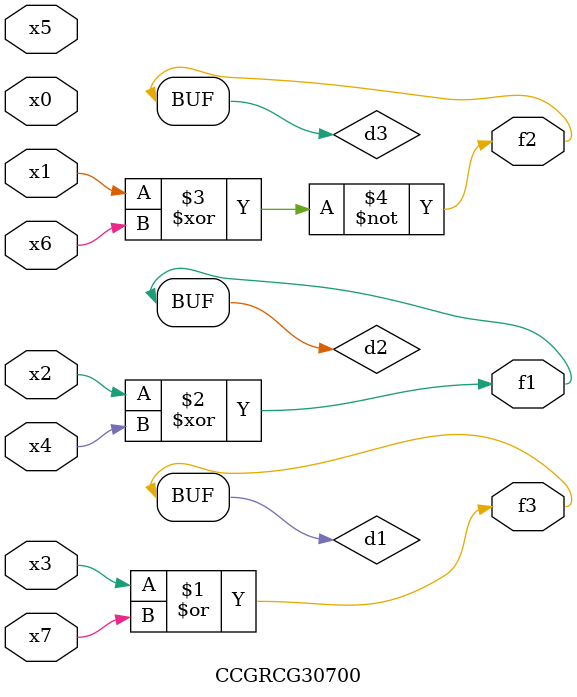
<source format=v>
module CCGRCG30700(
	input x0, x1, x2, x3, x4, x5, x6, x7,
	output f1, f2, f3
);

	wire d1, d2, d3;

	or (d1, x3, x7);
	xor (d2, x2, x4);
	xnor (d3, x1, x6);
	assign f1 = d2;
	assign f2 = d3;
	assign f3 = d1;
endmodule

</source>
